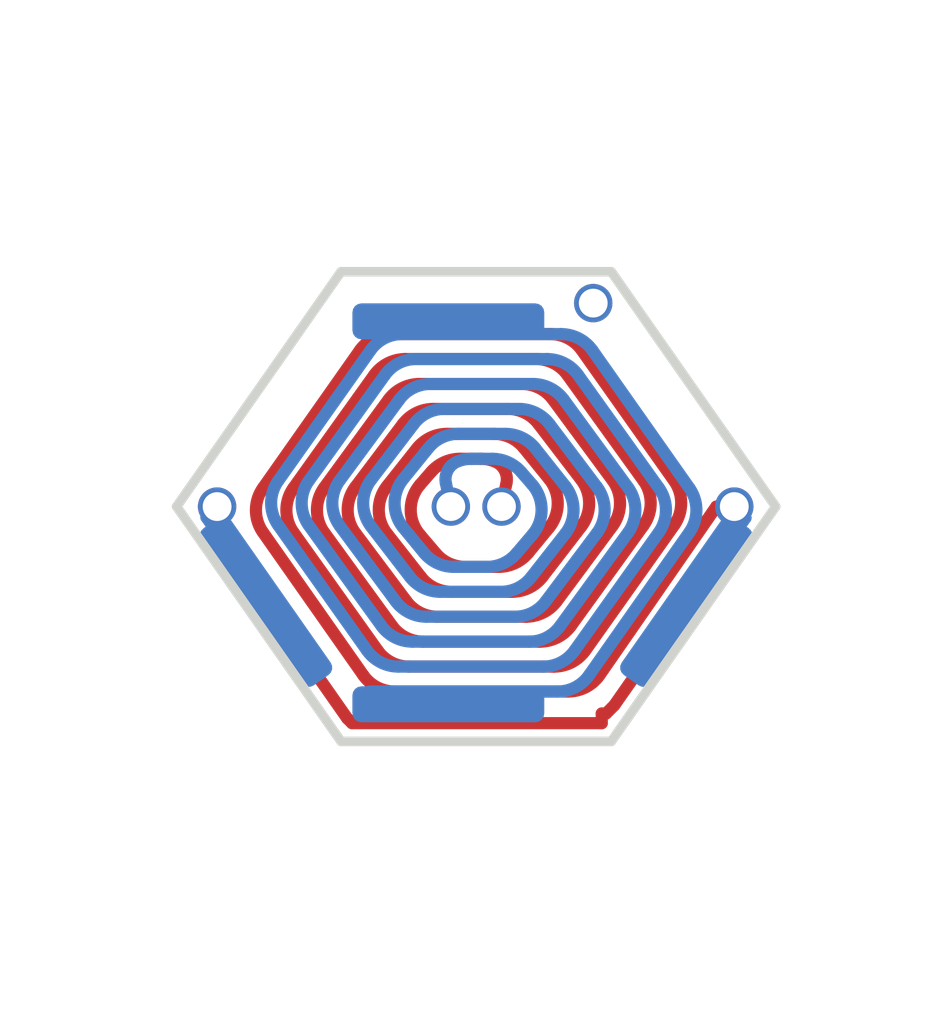
<source format=kicad_pcb>
(kicad_pcb (version 20221018) (generator pcbnew)
  (layers (0 "F.Cu" signal) (1 "In1.Cu" signal) (2 "In2.Cu" signal) (31 "B.Cu" signal) (34 "B.Paste" user) (35 "F.Paste" user) (36 "B.SilkS" user "B.Silkscreen") (37 "F.SilkS" user "F.Silkscreen") (38 "B.Mask" user) (39 "F.Mask" user) (44 "Edge.Cuts" user))
  (net 0 "")
  (net 1 "Net-(J1-Pin_1)")
  (footprint "PEST:Bridge_Pad" (layer "B.Cu") (at 19.71 18.07)
    (fp_text reference "J4" hide)
    (fp_text value "Conn_01x01")
    (pad "1" smd roundrect (at 0 0) (size 2 0.375) (layers "B.Cu" "B.Paste" "B.Mask") (net 1 "Net-(J1-Pin_1)"))
  )
  (footprint "PEST:Bridge_Pad" (layer "B.Cu") (at 22.19 20.99 55)
    (fp_text reference "J1" hide)
    (fp_text value "Conn_01x01")
    (pad "1" smd roundrect (at 0 0 55) (size 2 0.375) (layers "B.Cu" "B.Paste" "B.Mask") (net 1 "Net-(J1-Pin_1)"))
  )
  (footprint "PEST:Bridge_Pad" (layer "B.Cu") (at 17.81 20.99 -55)
    (fp_text reference "J3" hide)
    (fp_text value "Conn_01x01")
    (pad "1" smd roundrect (at 0 0 305) (size 2 0.375) (layers "B.Cu" "B.Paste" "B.Mask") (net 1 "Net-(J1-Pin_1)"))
  )
  (footprint "PEST:Bridge_Pad" (layer "B.Cu") (at 19.71 22.06 180)
    (fp_text reference "J2" hide)
    (fp_text value "Conn_01x01")
    (pad "1" smd roundrect (at 0 0 180) (size 2 0.375) (layers "B.Cu" "B.Paste" "B.Mask") (net 1 "Net-(J1-Pin_1)"))
  )
  (gr_line (start 21.408179 22.447) (end 18.591821 22.447) (stroke (width 0.1)) (layer "Edge.Cuts"))
  (gr_line (start 18.591821 22.447) (end 16.878413 20) (stroke (width 0.1)) (layer "Edge.Cuts"))
  (gr_line (start 16.878413 20) (end 18.591821 17.553) (stroke (width 0.1)) (layer "Edge.Cuts"))
  (gr_line (start 21.408179 17.553) (end 23.121587 20) (stroke (width 0.1)) (layer "Edge.Cuts"))
  (gr_line (start 23.121587 20) (end 21.408179 22.447) (stroke (width 0.1)) (layer "Edge.Cuts"))
  (gr_line (start 18.591821 17.553) (end 21.408179 17.553) (stroke (width 0.1)) (layer "Edge.Cuts"))
  (segment (start 20.186928 19.242228) (end 19.696407 19.242228) (width 0.127) (layer "F.Cu") (net 1))
  (segment (start 19.740993 20.887676) (end 20.374247 20.887676) (width 0.127) (layer "F.Cu") (net 1))
  (segment (start 22.69 20.284244) (end 22.69 20) (width 0.127) (layer "F.Cu") (net 1))
  (segment (start 19.234799 19.141489) (end 18.741901 19.794714) (width 0.127) (layer "F.Cu") (net 1))
  (segment (start 19.884096 20.627868) (end 20.234467 20.627868) (width 0.127) (layer "F.Cu") (net 1))
  (segment (start 20.774858 18.202997) (end 19.114606 18.202997) (width 0.127) (layer "F.Cu") (net 1))
  (segment (start 17.3 20.269963) (end 18.654759 22.204759) (width 0.127) (layer "F.Cu") (net 1))
  (segment (start 20.69099 20.731958) (end 21.094195 20.209152) (width 0.127) (layer "F.Cu") (net 1))
  (segment (start 20.988534 21.241539) (end 21.742858 20.197439) (width 0.127) (layer "F.Cu") (net 1))
  (segment (start 19.530266 19.639617) (end 19.416309 19.770713) (width 0.127) (layer "F.Cu") (net 1))
  (segment (start 20.760556 19.713911) (end 20.497376 19.389993) (width 0.127) (layer "F.Cu") (net 1))
  (segment (start 20.478584 18.722613) (end 19.408912 18.722613) (width 0.127) (layer "F.Cu") (net 1))
  (segment (start 20.046604 19.502035) (end 19.832154 19.502035) (width 0.127) (layer "F.Cu") (net 1))
  (segment (start 19.299419 21.667099) (end 20.811505 21.667099) (width 0.127) (layer "F.Cu") (net 1))
  (segment (start 20.331772 18.98242) (end 19.554099 18.98242) (width 0.127) (layer "F.Cu") (net 1))
  (segment (start 19.070581 20.281561) (end 19.426387 20.734704) (width 0.127) (layer "F.Cu") (net 1))
  (segment (start 19.38304 19.39363) (end 19.07182 19.785935) (width 0.127) (layer "F.Cu") (net 1))
  (segment (start 18.7065 22.2565) (end 21.309012 22.2565) (width 0.127) (layer "F.Cu") (net 1))
  (segment (start 21.309012 22.155867) (end 21.354133 22.155867) (width 0.127) (layer "F.Cu") (net 1))
  (segment (start 21.743247 19.729484) (end 20.951045 18.629098) (width 0.127) (layer "F.Cu") (net 1))
  (segment (start 21.309012 22.2565) (end 21.309012 22.155867) (width 0.127) (layer "F.Cu") (net 1))
  (segment (start 19.150771 21.926907) (end 20.958062 21.926907) (width 0.127) (layer "F.Cu") (net 1))
  (segment (start 22.503 20) (end 22.69 20) (width 0.127) (layer "F.Cu") (net 1))
  (segment (start 20.626421 18.462805) (end 19.262208 18.462805) (width 0.127) (layer "F.Cu") (net 1))
  (segment (start 21.095122 19.721794) (end 20.649442 19.139345) (width 0.127) (layer "F.Cu") (net 1))
  (segment (start 17.3 20) (end 17.3 20.269963) (width 0.127) (layer "F.Cu") (net 1))
  (segment (start 20.315386 19.75731) (end 20.264 20) (width 0.127) (layer "F.Cu") (net 1))
  (segment (start 21.438667 22.071333) (end 22.69 20.284244) (width 0.127) (layer "F.Cu") (net 1))
  (segment (start 21.421164 19.726432) (end 20.80046 18.885135) (width 0.127) (layer "F.Cu") (net 1))
  (segment (start 18.417445 20.271899) (end 19.124211 21.242716) (width 0.127) (layer "F.Cu") (net 1))
  (segment (start 17.777383 20.267497) (end 18.823444 21.756813) (width 0.127) (layer "F.Cu") (net 1))
  (segment (start 19.447592 21.407291) (end 20.664299 21.407291) (width 0.127) (layer "F.Cu") (net 1))
  (segment (start 18.741181 20.27562) (end 19.274971 20.987458) (width 0.127) (layer "F.Cu") (net 1))
  (segment (start 21.137783 21.498492) (end 22.062894 20.194033) (width 0.127) (layer "F.Cu") (net 1))
  (segment (start 18.787523 18.372744) (end 17.777627 19.807337) (width 0.127) (layer "F.Cu") (net 1))
  (segment (start 20.839548 20.985738) (end 21.420589 20.202164) (width 0.127) (layer "F.Cu") (net 1))
  (segment (start 18.936868 18.630095) (end 18.096915 19.804392) (width 0.127) (layer "F.Cu") (net 1))
  (segment (start 19.086 18.886545) (end 18.417914 19.800407) (width 0.127) (layer "F.Cu") (net 1))
  (segment (start 21.354133 22.155867) (end 21.438667 22.071333) (width 0.127) (layer "F.Cu") (net 1))
  (segment (start 20.543177 20.482226) (end 20.758819 20.220504) (width 0.127) (layer "F.Cu") (net 1))
  (segment (start 21.286821 21.754761) (end 22.503 20) (width 0.127) (layer "F.Cu") (net 1))
  (segment (start 19.59499 21.147484) (end 20.518246 21.147484) (width 0.127) (layer "F.Cu") (net 1))
  (segment (start 22.063175 19.731644) (end 21.101418 18.372002) (width 0.127) (layer "F.Cu") (net 1))
  (segment (start 18.654759 22.204759) (end 18.7065 22.2565) (width 0.127) (layer "F.Cu") (net 1))
  (segment (start 18.096586 20.269351) (end 18.973749 21.499348) (width 0.127) (layer "F.Cu") (net 1))
  (segment (start 19.413709 20.292529) (end 19.579608 20.487266) (width 0.127) (layer "F.Cu") (net 1))
  (via (at 19.736 20) (size 0.4) (drill 0.3) (layers "F.Cu" "B.Cu") (net 1))
  (via (at 22.69 20) (size 0.4) (drill 0.3) (layers "F.Cu" "B.Cu") (net 1))
  (via (at 17.3 20) (size 0.4) (drill 0.3) (layers "F.Cu" "B.Cu") (net 1))
  (via (at 21.22 17.88) (size 0.4) (drill 0.3) (layers "F.Cu" "B.Cu") (net 1))
  (via (at 20.264 20) (size 0.4) (drill 0.3) (layers "F.Cu" "B.Cu") (net 1))
  (arc (start 20.543177 20.482226) (mid 20.405138 20.589632) (end 20.234467 20.627868) (width 0.127) (layer "F.Cu") (net 1))
  (arc (start 17.777383 20.267497) (mid 17.704709 20.03738) (end 17.777627 19.807337) (width 0.127) (layer "F.Cu") (net 1))
  (arc (start 18.787523 18.372744) (mid 18.930354 18.24797) (end 19.114606 18.202997) (width 0.127) (layer "F.Cu") (net 1))
  (arc (start 19.086 18.886545) (mid 19.227842 18.765948) (end 19.408912 18.722613) (width 0.127) (layer "F.Cu") (net 1))
  (arc (start 19.38304 19.39363) (mid 19.522394 19.282062) (end 19.696407 19.242228) (width 0.127) (layer "F.Cu") (net 1))
  (arc (start 19.884096 20.627868) (mid 19.716403 20.591023) (end 19.579608 20.487266) (width 0.127) (layer "F.Cu") (net 1))
  (arc (start 20.988534 21.241539) (mid 20.846374 21.363458) (end 20.664299 21.407291) (width 0.127) (layer "F.Cu") (net 1))
  (arc (start 20.626421 18.462805) (mid 20.808778 18.506812) (end 20.951045 18.629098) (width 0.127) (layer "F.Cu") (net 1))
  (arc (start 20.331772 18.98242) (mid 20.508931 19.023788) (end 20.649442 19.139345) (width 0.127) (layer "F.Cu") (net 1))
  (arc (start 20.192844 19.529727) (mid 20.295806 19.621068) (end 20.315386 19.75731) (width 0.127) (layer "F.Cu") (net 1))
  (arc (start 21.286821 21.754761) (mid 21.14361 21.881256) (end 20.958062 21.926907) (width 0.127) (layer "F.Cu") (net 1))
  (arc (start 21.137783 21.498492) (mid 20.99514 21.622463) (end 20.811505 21.667099) (width 0.127) (layer "F.Cu") (net 1))
  (arc (start 19.59499 21.147484) (mid 19.416089 21.105249) (end 19.274971 20.987458) (width 0.127) (layer "F.Cu") (net 1))
  (arc (start 19.413709 20.292529) (mid 19.318176 20.03113) (end 19.416309 19.770713) (width 0.127) (layer "F.Cu") (net 1))
  (arc (start 22.063175 19.731644) (mid 22.136585 19.962875) (end 22.062894 20.194033) (width 0.127) (layer "F.Cu") (net 1))
  (arc (start 20.839548 20.985738) (mid 20.698103 21.104757) (end 20.518246 21.147484) (width 0.127) (layer "F.Cu") (net 1))
  (arc (start 18.741181 20.27562) (mid 18.661168 20.035037) (end 18.741901 19.794714) (width 0.127) (layer "F.Cu") (net 1))
  (arc (start 21.095122 19.721794) (mid 21.177474 19.965636) (end 21.094195 20.209152) (width 0.127) (layer "F.Cu") (net 1))
  (arc (start 20.186928 19.242228) (mid 20.358824 19.281072) (end 20.497376 19.389993) (width 0.127) (layer "F.Cu") (net 1))
  (arc (start 20.046604 19.502035) (mid 20.121023 19.509022) (end 20.192844 19.529727) (width 0.127) (layer "F.Cu") (net 1))
  (arc (start 19.447592 21.407291) (mid 19.266165 21.363784) (end 19.124211 21.242716) (width 0.127) (layer "F.Cu") (net 1))
  (arc (start 19.070581 20.281561) (mid 18.985165 20.033525) (end 19.07182 19.785935) (width 0.127) (layer "F.Cu") (net 1))
  (arc (start 18.417445 20.271899) (mid 18.340831 20.036081) (end 18.417914 19.800407) (width 0.127) (layer "F.Cu") (net 1))
  (arc (start 21.743247 19.729484) (mid 21.818618 19.963525) (end 21.742858 20.197439) (width 0.127) (layer "F.Cu") (net 1))
  (arc (start 20.760556 19.713911) (mid 20.85007 19.967506) (end 20.758819 20.220504) (width 0.127) (layer "F.Cu") (net 1))
  (arc (start 20.69099 20.731958) (mid 20.550722 20.846635) (end 20.374247 20.887676) (width 0.127) (layer "F.Cu") (net 1))
  (arc (start 19.150771 21.926907) (mid 18.966332 21.881842) (end 18.823444 21.756813) (width 0.127) (layer "F.Cu") (net 1))
  (arc (start 18.096586 20.269351) (mid 18.022258 20.036818) (end 18.096915 19.804392) (width 0.127) (layer "F.Cu") (net 1))
  (arc (start 21.421164 19.726432) (mid 21.499279 19.96439) (end 21.420589 20.202164) (width 0.127) (layer "F.Cu") (net 1))
  (arc (start 19.740993 20.887676) (mid 19.56608 20.847408) (end 19.426387 20.734704) (width 0.127) (layer "F.Cu") (net 1))
  (arc (start 19.530266 19.639617) (mid 19.666269 19.538033) (end 19.832154 19.502035) (width 0.127) (layer "F.Cu") (net 1))
  (arc (start 19.299419 21.667099) (mid 19.116241 21.62271) (end 18.973749 21.499348) (width 0.127) (layer "F.Cu") (net 1))
  (arc (start 19.234799 19.141489) (mid 19.375734 19.024388) (end 19.554099 18.98242) (width 0.127) (layer "F.Cu") (net 1))
  (arc (start 18.936868 18.630095) (mid 19.079294 18.507084) (end 19.262208 18.462805) (width 0.127) (layer "F.Cu") (net 1))
  (arc (start 20.478584 18.722613) (mid 20.658872 18.765549) (end 20.80046 18.885135) (width 0.127) (layer "F.Cu") (net 1))
  (arc (start 20.774858 18.202997) (mid 20.958716 18.247743) (end 21.101418 18.372002) (width 0.127) (layer "F.Cu") (net 1))
  (segment (start 20.586291 20.292529) (end 20.420392 20.487266) (width 0.127) (layer "B.Cu") (net 1))
  (segment (start 19.160452 20.985738) (end 18.579411 20.202164) (width 0.127) (layer "B.Cu") (net 1))
  (segment (start 20.849229 21.926906) (end 18.8875 21.926906) (width 0.127) (layer "B.Cu") (net 1))
  (segment (start 18.578836 19.726432) (end 19.19954 18.885135) (width 0.127) (layer "B.Cu") (net 1))
  (segment (start 21.212477 18.372744) (end 22.222373 19.807337) (width 0.127) (layer "B.Cu") (net 1))
  (segment (start 17.936825 19.731644) (end 18.898582 18.372002) (width 0.127) (layer "B.Cu") (net 1))
  (segment (start 17.790571 20.970571) (end 17.81 20.99) (width 0.127) (layer "B.Cu") (net 1))
  (segment (start 19.668228 18.98242) (end 20.445901 18.98242) (width 0.127) (layer "B.Cu") (net 1))
  (segment (start 20.40501 21.147484) (end 19.481754 21.147484) (width 0.127) (layer "B.Cu") (net 1))
  (segment (start 19.30901 20.731958) (end 18.905805 20.209152) (width 0.127) (layer "B.Cu") (net 1))
  (segment (start 19.456823 20.482226) (end 19.241181 20.220504) (width 0.127) (layer "B.Cu") (net 1))
  (segment (start 21.903414 20.269351) (end 21.026251 21.499348) (width 0.127) (layer "B.Cu") (net 1))
  (segment (start 20.469734 19.639617) (end 20.583691 19.770713) (width 0.127) (layer "B.Cu") (net 1))
  (segment (start 20.552408 21.407291) (end 19.335701 21.407291) (width 0.127) (layer "B.Cu") (net 1))
  (segment (start 19.225142 18.202997) (end 20.885394 18.202997) (width 0.127) (layer "B.Cu") (net 1))
  (segment (start 17.188819 20.111181) (end 17.790571 20.970571) (width 0.127) (layer "B.Cu") (net 1))
  (segment (start 19.239444 19.713911) (end 19.502624 19.389993) (width 0.127) (layer "B.Cu") (net 1))
  (segment (start 20.700581 21.667099) (end 19.188495 21.667099) (width 0.127) (layer "B.Cu") (net 1))
  (segment (start 18.862217 21.498492) (end 17.937106 20.194033) (width 0.127) (layer "B.Cu") (net 1))
  (segment (start 20.765201 19.141489) (end 21.258099 19.794714) (width 0.127) (layer "B.Cu") (net 1))
  (segment (start 19.011466 21.241539) (end 18.257142 20.197439) (width 0.127) (layer "B.Cu") (net 1))
  (segment (start 18.256753 19.729484) (end 19.048955 18.629098) (width 0.127) (layer "B.Cu") (net 1))
  (segment (start 22.69 20) (end 22.807062 20.117062) (width 0.127) (layer "B.Cu") (net 1))
  (segment (start 20.914 18.886545) (end 21.582086 19.800407) (width 0.127) (layer "B.Cu") (net 1))
  (segment (start 18.904878 19.721794) (end 19.350558 19.139345) (width 0.127) (layer "B.Cu") (net 1))
  (segment (start 19.521416 18.722612) (end 20.591088 18.722612) (width 0.127) (layer "B.Cu") (net 1))
  (segment (start 20.259007 20.887676) (end 19.625753 20.887676) (width 0.127) (layer "B.Cu") (net 1))
  (segment (start 20.61696 19.39363) (end 20.92818 19.785935) (width 0.127) (layer "B.Cu") (net 1))
  (segment (start 17.3 20) (end 17.188819 20.111181) (width 0.127) (layer "B.Cu") (net 1))
  (segment (start 19.373579 18.462805) (end 20.737792 18.462805) (width 0.127) (layer "B.Cu") (net 1))
  (segment (start 20.929419 20.281561) (end 20.573613 20.734704) (width 0.127) (layer "B.Cu") (net 1))
  (segment (start 22.222617 20.267497) (end 21.176556 21.756813) (width 0.127) (layer "B.Cu") (net 1))
  (segment (start 19.953396 19.502035) (end 20.167846 19.502035) (width 0.127) (layer "B.Cu") (net 1))
  (segment (start 21.063132 18.630095) (end 21.903085 19.804392) (width 0.127) (layer "B.Cu") (net 1))
  (segment (start 21.582555 20.271899) (end 20.875789 21.242716) (width 0.127) (layer "B.Cu") (net 1))
  (segment (start 19.813072 19.242228) (end 20.303593 19.242228) (width 0.127) (layer "B.Cu") (net 1))
  (segment (start 20.115904 20.627868) (end 19.765533 20.627868) (width 0.127) (layer "B.Cu") (net 1))
  (segment (start 19.684614 19.75731) (end 19.736 20) (width 0.127) (layer "B.Cu") (net 1))
  (segment (start 21.258819 20.27562) (end 20.725029 20.987458) (width 0.127) (layer "B.Cu") (net 1))
  (segment (start 22.209429 20.970571) (end 22.19 20.99) (width 0.127) (layer "B.Cu") (net 1))
  (segment (start 22.807062 20.117062) (end 22.209429 20.970571) (width 0.127) (layer "B.Cu") (net 1))
  (arc (start 20.420392 20.487266) (mid 20.283592 20.591007) (end 20.115904 20.627868) (width 0.127) (layer "B.Cu") (net 1))
  (arc (start 19.502624 19.389993) (mid 19.641166 19.281074) (end 19.813072 19.242228) (width 0.127) (layer "B.Cu") (net 1))
  (arc (start 18.898582 18.372002) (mid 19.041297 18.247772) (end 19.225142 18.202997) (width 0.127) (layer "B.Cu") (net 1))
  (arc (start 18.257142 20.197439) (mid 18.181358 19.963515) (end 18.256753 19.729484) (width 0.127) (layer "B.Cu") (net 1))
  (arc (start 21.258099 19.794714) (mid 21.338803 20.035046) (end 21.258819 20.27562) (width 0.127) (layer "B.Cu") (net 1))
  (arc (start 20.167846 19.502035) (mid 20.333722 19.538059) (end 20.469734 19.639617) (width 0.127) (layer "B.Cu") (net 1))
  (arc (start 19.241181 20.220504) (mid 19.1499 19.967517) (end 19.239444 19.713911) (width 0.127) (layer "B.Cu") (net 1))
  (arc (start 19.188495 21.667099) (mid 19.004865 21.622449) (end 18.862217 21.498492) (width 0.127) (layer "B.Cu") (net 1))
  (arc (start 18.905805 20.209152) (mid 18.822528 19.965625) (end 18.904878 19.721794) (width 0.127) (layer "B.Cu") (net 1))
  (arc (start 21.026251 21.499348) (mid 20.88375 21.622695) (end 20.700581 21.667099) (width 0.127) (layer "B.Cu") (net 1))
  (arc (start 20.591088 18.722612) (mid 20.772172 18.765926) (end 20.914 18.886545) (width 0.127) (layer "B.Cu") (net 1))
  (arc (start 20.875789 21.242716) (mid 20.733827 21.363761) (end 20.552408 21.407291) (width 0.127) (layer "B.Cu") (net 1))
  (arc (start 20.445901 18.98242) (mid 20.624274 19.024379) (end 20.765201 19.141489) (width 0.127) (layer "B.Cu") (net 1))
  (arc (start 21.903085 19.804392) (mid 21.977766 20.036827) (end 21.903414 20.269351) (width 0.127) (layer "B.Cu") (net 1))
  (arc (start 19.335701 21.407291) (mid 19.153631 21.363445) (end 19.011466 21.241539) (width 0.127) (layer "B.Cu") (net 1))
  (arc (start 20.303593 19.242228) (mid 20.477616 19.282049) (end 20.61696 19.39363) (width 0.127) (layer "B.Cu") (net 1))
  (arc (start 20.885394 18.202997) (mid 21.069661 18.247946) (end 21.212477 18.372744) (width 0.127) (layer "B.Cu") (net 1))
  (arc (start 19.350558 19.139345) (mid 19.491072 19.023799) (end 19.668228 18.98242) (width 0.127) (layer "B.Cu") (net 1))
  (arc (start 19.048955 18.629098) (mid 19.191208 18.506799) (end 19.373579 18.462805) (width 0.127) (layer "B.Cu") (net 1))
  (arc (start 20.583691 19.770713) (mid 20.681811 20.031142) (end 20.586291 20.292529) (width 0.127) (layer "B.Cu") (net 1))
  (arc (start 19.807156 19.529727) (mid 19.878976 19.50901) (end 19.953396 19.502035) (width 0.127) (layer "B.Cu") (net 1))
  (arc (start 21.176556 21.756813) (mid 21.033675 21.881858) (end 20.849229 21.926906) (width 0.127) (layer "B.Cu") (net 1))
  (arc (start 20.573613 20.734704) (mid 20.433915 20.847391) (end 20.259007 20.887676) (width 0.127) (layer "B.Cu") (net 1))
  (arc (start 20.725029 20.987458) (mid 20.583905 21.105231) (end 20.40501 21.147484) (width 0.127) (layer "B.Cu") (net 1))
  (arc (start 19.765533 20.627868) (mid 19.594859 20.589634) (end 19.456823 20.482226) (width 0.127) (layer "B.Cu") (net 1))
  (arc (start 17.937106 20.194033) (mid 17.863394 19.962884) (end 17.936825 19.731644) (width 0.127) (layer "B.Cu") (net 1))
  (arc (start 22.222373 19.807337) (mid 22.29527 20.03737) (end 22.222617 20.267497) (width 0.127) (layer "B.Cu") (net 1))
  (arc (start 19.684614 19.75731) (mid 19.704164 19.621052) (end 19.807156 19.529727) (width 0.127) (layer "B.Cu") (net 1))
  (arc (start 21.582086 19.800407) (mid 21.659166 20.036071) (end 21.582555 20.271899) (width 0.127) (layer "B.Cu") (net 1))
  (arc (start 19.625753 20.887676) (mid 19.449267 20.846654) (end 19.30901 20.731958) (width 0.127) (layer "B.Cu") (net 1))
  (arc (start 19.19954 18.885135) (mid 19.341128 18.765553) (end 19.521416 18.722612) (width 0.127) (layer "B.Cu") (net 1))
  (arc (start 19.481754 21.147484) (mid 19.301883 21.10478) (end 19.160452 20.985738) (width 0.127) (layer "B.Cu") (net 1))
  (arc (start 20.92818 19.785935) (mid 21.014821 20.033535) (end 20.929419 20.281561) (width 0.127) (layer "B.Cu") (net 1))
  (arc (start 18.579411 20.202164) (mid 18.500736 19.9644) (end 18.578836 19.726432) (width 0.127) (layer "B.Cu") (net 1))
  (arc (start 20.737792 18.462805) (mid 20.920721 18.507063) (end 21.063132 18.630095) (width 0.127) (layer "B.Cu") (net 1))
)
</source>
